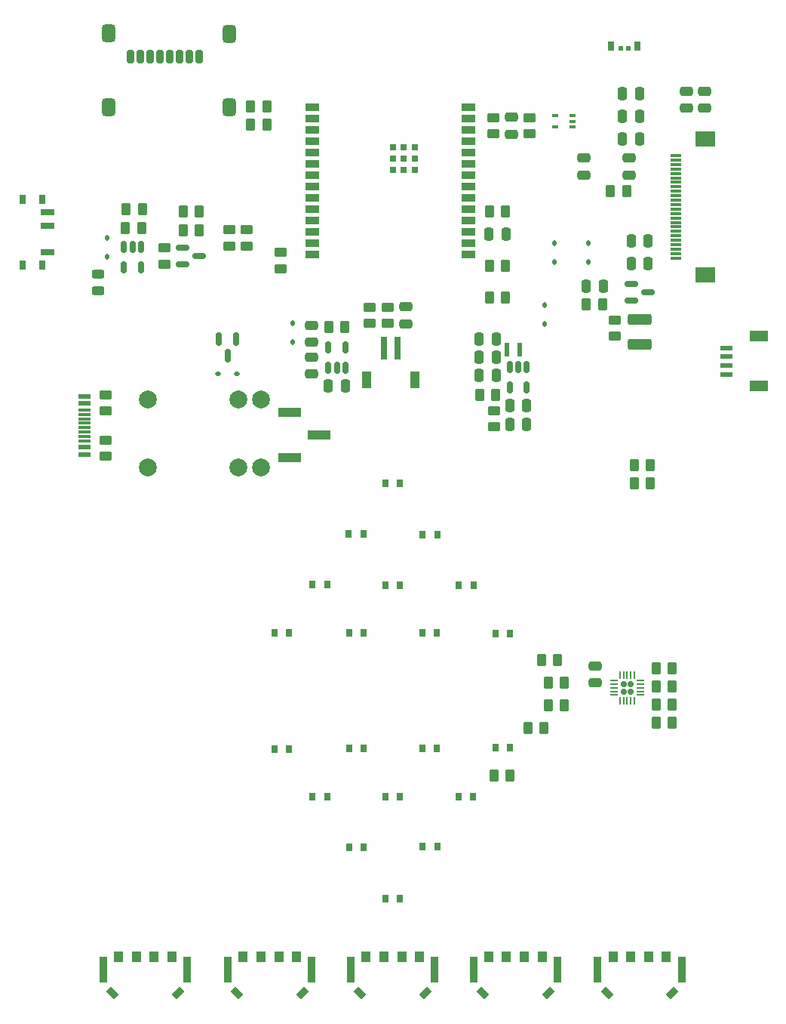
<source format=gbr>
%TF.GenerationSoftware,KiCad,Pcbnew,7.99.0-3954-g9b2cde9571*%
%TF.CreationDate,2023-12-17T19:52:25+01:00*%
%TF.ProjectId,hh2024,68683230-3234-42e6-9b69-6361645f7063,1.4*%
%TF.SameCoordinates,Original*%
%TF.FileFunction,Paste,Bot*%
%TF.FilePolarity,Positive*%
%FSLAX46Y46*%
G04 Gerber Fmt 4.6, Leading zero omitted, Abs format (unit mm)*
G04 Created by KiCad (PCBNEW 7.99.0-3954-g9b2cde9571) date 2023-12-17 19:52:25*
%MOMM*%
%LPD*%
G01*
G04 APERTURE LIST*
G04 Aperture macros list*
%AMRoundRect*
0 Rectangle with rounded corners*
0 $1 Rounding radius*
0 $2 $3 $4 $5 $6 $7 $8 $9 X,Y pos of 4 corners*
0 Add a 4 corners polygon primitive as box body*
4,1,4,$2,$3,$4,$5,$6,$7,$8,$9,$2,$3,0*
0 Add four circle primitives for the rounded corners*
1,1,$1+$1,$2,$3*
1,1,$1+$1,$4,$5*
1,1,$1+$1,$6,$7*
1,1,$1+$1,$8,$9*
0 Add four rect primitives between the rounded corners*
20,1,$1+$1,$2,$3,$4,$5,0*
20,1,$1+$1,$4,$5,$6,$7,0*
20,1,$1+$1,$6,$7,$8,$9,0*
20,1,$1+$1,$8,$9,$2,$3,0*%
%AMRotRect*
0 Rectangle, with rotation*
0 The origin of the aperture is its center*
0 $1 length*
0 $2 width*
0 $3 Rotation angle, in degrees counterclockwise*
0 Add horizontal line*
21,1,$1,$2,0,0,$3*%
G04 Aperture macros list end*
%ADD10R,0.770000X0.950000*%
%ADD11RoundRect,0.250000X0.262500X0.450000X-0.262500X0.450000X-0.262500X-0.450000X0.262500X-0.450000X0*%
%ADD12R,0.900000X3.000000*%
%ADD13RotRect,1.200000X0.800000X315.000000*%
%ADD14RotRect,1.200000X0.800000X45.000000*%
%ADD15R,1.000000X1.300000*%
%ADD16RoundRect,0.112500X0.112500X-0.187500X0.112500X0.187500X-0.112500X0.187500X-0.112500X-0.187500X0*%
%ADD17RoundRect,0.250000X-0.262500X-0.450000X0.262500X-0.450000X0.262500X0.450000X-0.262500X0.450000X0*%
%ADD18RoundRect,0.250000X-0.475000X0.250000X-0.475000X-0.250000X0.475000X-0.250000X0.475000X0.250000X0*%
%ADD19RoundRect,0.250000X-0.250000X-0.475000X0.250000X-0.475000X0.250000X0.475000X-0.250000X0.475000X0*%
%ADD20RoundRect,0.250000X-0.450000X0.262500X-0.450000X-0.262500X0.450000X-0.262500X0.450000X0.262500X0*%
%ADD21R,1.348740X0.599440*%
%ADD22R,1.998980X1.198880*%
%ADD23R,1.500000X0.900000*%
%ADD24R,0.800000X0.800000*%
%ADD25RoundRect,0.150000X-0.587500X-0.150000X0.587500X-0.150000X0.587500X0.150000X-0.587500X0.150000X0*%
%ADD26RoundRect,0.150000X-0.150000X0.587500X-0.150000X-0.587500X0.150000X-0.587500X0.150000X0.587500X0*%
%ADD27R,0.700000X2.500000*%
%ADD28R,1.100000X1.900000*%
%ADD29RoundRect,0.250000X0.450000X-0.262500X0.450000X0.262500X-0.450000X0.262500X-0.450000X-0.262500X0*%
%ADD30RoundRect,0.250000X0.475000X-0.250000X0.475000X0.250000X-0.475000X0.250000X-0.475000X-0.250000X0*%
%ADD31R,0.650000X0.400000*%
%ADD32RoundRect,0.250000X0.250000X0.475000X-0.250000X0.475000X-0.250000X-0.475000X0.250000X-0.475000X0*%
%ADD33RoundRect,0.150000X-0.150000X0.512500X-0.150000X-0.512500X0.150000X-0.512500X0.150000X0.512500X0*%
%ADD34C,2.000000*%
%ADD35R,2.510000X1.000000*%
%ADD36RoundRect,0.112500X-0.112500X0.187500X-0.112500X-0.187500X0.112500X-0.187500X0.112500X0.187500X0*%
%ADD37R,1.450000X0.600000*%
%ADD38R,1.450000X0.300000*%
%ADD39RoundRect,0.137500X-0.137500X-0.662500X0.137500X-0.662500X0.137500X0.662500X-0.137500X0.662500X0*%
%ADD40R,1.300000X0.300000*%
%ADD41R,2.200000X1.800000*%
%ADD42RoundRect,0.150000X0.150000X-0.512500X0.150000X0.512500X-0.150000X0.512500X-0.150000X-0.512500X0*%
%ADD43R,0.700000X1.000000*%
%ADD44R,0.500000X0.500000*%
%ADD45RoundRect,0.250000X1.075000X-0.375000X1.075000X0.375000X-1.075000X0.375000X-1.075000X-0.375000X0*%
%ADD46RoundRect,0.112500X-0.187500X-0.112500X0.187500X-0.112500X0.187500X0.112500X-0.187500X0.112500X0*%
%ADD47R,0.800000X1.000000*%
%ADD48R,1.500000X0.700000*%
%ADD49RoundRect,0.200000X0.200000X0.550000X-0.200000X0.550000X-0.200000X-0.550000X0.200000X-0.550000X0*%
%ADD50RoundRect,0.375000X0.375000X0.625000X-0.375000X0.625000X-0.375000X-0.625000X0.375000X-0.625000X0*%
%ADD51RoundRect,0.243750X-0.456250X0.243750X-0.456250X-0.243750X0.456250X-0.243750X0.456250X0.243750X0*%
%ADD52RoundRect,0.167500X0.167500X0.167500X-0.167500X0.167500X-0.167500X-0.167500X0.167500X-0.167500X0*%
%ADD53RoundRect,0.050000X0.375000X0.050000X-0.375000X0.050000X-0.375000X-0.050000X0.375000X-0.050000X0*%
%ADD54RoundRect,0.050000X0.050000X0.375000X-0.050000X0.375000X-0.050000X-0.375000X0.050000X-0.375000X0*%
G04 APERTURE END LIST*
D10*
%TO.C,D13*%
X105638000Y-110016500D03*
X107268000Y-110016500D03*
%TD*%
D11*
%TO.C,R4*%
X119272500Y-131751500D03*
X117447500Y-131751500D03*
%TD*%
D12*
%TO.C,SW2*%
X83790000Y-158805500D03*
D13*
X84810000Y-161415500D03*
D14*
X92170000Y-161415500D03*
D12*
X93190000Y-158805500D03*
D15*
X85490000Y-157355500D03*
X91490000Y-157355500D03*
X87490000Y-157355500D03*
X89490000Y-157355500D03*
%TD*%
D16*
%TO.C,D25*%
X119315000Y-86446500D03*
X119315000Y-84346500D03*
%TD*%
D17*
%TO.C,R18*%
X113129500Y-73839500D03*
X114954500Y-73839500D03*
%TD*%
D10*
%TO.C,D3*%
X97343000Y-109996500D03*
X98973000Y-109996500D03*
%TD*%
D18*
%TO.C,C6*%
X93133000Y-86553129D03*
X93133000Y-88453129D03*
%TD*%
D19*
%TO.C,C20*%
X128078000Y-65711500D03*
X129978000Y-65711500D03*
%TD*%
%TO.C,C16*%
X128078000Y-63171500D03*
X129978000Y-63171500D03*
%TD*%
D20*
%TO.C,R31*%
X99719750Y-84540629D03*
X99719750Y-86365629D03*
%TD*%
D19*
%TO.C,C21*%
X128078000Y-60631500D03*
X129978000Y-60631500D03*
%TD*%
D10*
%TO.C,D12*%
X90663000Y-134056500D03*
X89033000Y-134056500D03*
%TD*%
D21*
%TO.C,J1*%
X139705715Y-89104900D03*
X139705715Y-90105660D03*
X139705715Y-91101340D03*
X139705715Y-92102100D03*
D22*
X143378555Y-87804420D03*
X143378555Y-93402580D03*
%TD*%
D11*
%TO.C,R8*%
X121558500Y-129211500D03*
X119733500Y-129211500D03*
%TD*%
D17*
%TO.C,R27*%
X72341100Y-73591400D03*
X74166100Y-73591400D03*
%TD*%
%TO.C,R24*%
X112011900Y-94372900D03*
X113836900Y-94372900D03*
%TD*%
D11*
%TO.C,R6*%
X115462500Y-137085500D03*
X113637500Y-137085500D03*
%TD*%
D10*
%TO.C,D2*%
X88988000Y-121086500D03*
X90618000Y-121086500D03*
%TD*%
D11*
%TO.C,R22*%
X88157500Y-62028500D03*
X86332500Y-62028500D03*
%TD*%
D23*
%TO.C,U3*%
X110783000Y-62148500D03*
X110783000Y-63418500D03*
X110783000Y-64688500D03*
X110783000Y-65958500D03*
X110783000Y-67228500D03*
X110783000Y-68498500D03*
X110783000Y-69768500D03*
X110783000Y-71038500D03*
X110783000Y-72308500D03*
X110783000Y-73578500D03*
X110783000Y-74848500D03*
X110783000Y-76118500D03*
X110783000Y-77388500D03*
X110783000Y-78658500D03*
X93283000Y-78658500D03*
X93283000Y-77388500D03*
X93283000Y-76118500D03*
X93283000Y-74848500D03*
X93283000Y-73578500D03*
X93283000Y-72308500D03*
X93283000Y-71038500D03*
X93283000Y-69768500D03*
X93283000Y-68498500D03*
X93283000Y-67228500D03*
X93283000Y-65958500D03*
X93283000Y-64688500D03*
X93283000Y-63418500D03*
X93283000Y-62148500D03*
D24*
X104788000Y-69118500D03*
X104788000Y-67868500D03*
X104788000Y-66618500D03*
X103538000Y-69118500D03*
X103538000Y-67868500D03*
X103538000Y-66618500D03*
X102288000Y-69118500D03*
X102288000Y-67868500D03*
X102288000Y-66618500D03*
%TD*%
D25*
%TO.C,Q2*%
X78719200Y-79773800D03*
X78719200Y-77873800D03*
X80594200Y-78823800D03*
%TD*%
D26*
%TO.C,Q1*%
X82783000Y-88115629D03*
X84683000Y-88115629D03*
X83733000Y-89990629D03*
%TD*%
D27*
%TO.C,J9*%
X102783000Y-89103129D03*
X101283000Y-89103129D03*
D28*
X104733000Y-92703129D03*
X99333000Y-92703129D03*
%TD*%
D29*
%TO.C,R19*%
X89658000Y-80236500D03*
X89658000Y-78411500D03*
%TD*%
D30*
%TO.C,C12*%
X103765000Y-86403129D03*
X103765000Y-84503129D03*
%TD*%
D12*
%TO.C,SW4*%
X111350000Y-158815500D03*
D13*
X112370000Y-161425500D03*
D14*
X119730000Y-161425500D03*
D12*
X120750000Y-158815500D03*
D15*
X113050000Y-157365500D03*
X119050000Y-157365500D03*
X115050000Y-157365500D03*
X117050000Y-157365500D03*
%TD*%
D17*
%TO.C,R33*%
X72290300Y-75648800D03*
X74115300Y-75648800D03*
%TD*%
D11*
%TO.C,R9*%
X88157500Y-64060500D03*
X86332500Y-64060500D03*
%TD*%
D29*
%TO.C,R17*%
X113534000Y-65100000D03*
X113534000Y-63275000D03*
%TD*%
D31*
%TO.C,U1*%
X122453000Y-63066500D03*
X122453000Y-63716500D03*
X122453000Y-64366500D03*
X120553000Y-64366500D03*
X120553000Y-63066500D03*
%TD*%
D32*
%TO.C,C4*%
X117326400Y-95559400D03*
X115426400Y-95559400D03*
%TD*%
D33*
%TO.C,U4*%
X115426400Y-91246900D03*
X116376400Y-91246900D03*
X117326400Y-91246900D03*
X117326400Y-93521900D03*
X115426400Y-93521900D03*
%TD*%
D32*
%TO.C,C9*%
X113874400Y-90181900D03*
X111974400Y-90181900D03*
%TD*%
D17*
%TO.C,R36*%
X126718500Y-71553500D03*
X128543500Y-71553500D03*
%TD*%
D10*
%TO.C,D18*%
X115428000Y-133961500D03*
X113798000Y-133961500D03*
%TD*%
D34*
%TO.C,K1*%
X74828000Y-94881500D03*
X84988000Y-94881500D03*
X87528000Y-94881500D03*
X87528000Y-102501500D03*
X84988000Y-102501500D03*
X74828000Y-102501500D03*
%TD*%
D20*
%TO.C,R28*%
X76657200Y-77911300D03*
X76657200Y-79736300D03*
%TD*%
%TO.C,R32*%
X101733000Y-84540629D03*
X101733000Y-86365629D03*
%TD*%
D16*
%TO.C,D26*%
X120458000Y-79461500D03*
X120458000Y-77361500D03*
%TD*%
D35*
%TO.C,J2*%
X90700000Y-101380000D03*
X94010000Y-98840000D03*
X90700000Y-96300000D03*
%TD*%
D11*
%TO.C,R1*%
X133668500Y-125029500D03*
X131843500Y-125029500D03*
%TD*%
D10*
%TO.C,D17*%
X103093000Y-150896500D03*
X101463000Y-150896500D03*
%TD*%
D11*
%TO.C,R2*%
X133668500Y-127061500D03*
X131843500Y-127061500D03*
%TD*%
D12*
%TO.C,SW1*%
X69810000Y-158805500D03*
D13*
X70830000Y-161415500D03*
D14*
X78190000Y-161415500D03*
D12*
X79210000Y-158805500D03*
D15*
X71510000Y-157355500D03*
X77510000Y-157355500D03*
X73510000Y-157355500D03*
X75510000Y-157355500D03*
%TD*%
D10*
%TO.C,D19*%
X107253000Y-134046500D03*
X105623000Y-134046500D03*
%TD*%
D11*
%TO.C,R3*%
X133668500Y-129093500D03*
X131843500Y-129093500D03*
%TD*%
%TO.C,R5*%
X120796500Y-124131500D03*
X118971500Y-124131500D03*
%TD*%
D10*
%TO.C,D1*%
X97363000Y-121086500D03*
X98993000Y-121086500D03*
%TD*%
D19*
%TO.C,C18*%
X129033000Y-77141500D03*
X130933000Y-77141500D03*
%TD*%
D25*
%TO.C,Q3*%
X129045500Y-83806500D03*
X129045500Y-81906500D03*
X130920500Y-82856500D03*
%TD*%
D12*
%TO.C,SW3*%
X97600000Y-158795500D03*
D13*
X98620000Y-161405500D03*
D14*
X105980000Y-161405500D03*
D12*
X107000000Y-158795500D03*
D15*
X99300000Y-157345500D03*
X105300000Y-157345500D03*
X101300000Y-157345500D03*
X103300000Y-157345500D03*
%TD*%
D16*
%TO.C,D24*%
X70252400Y-78851900D03*
X70252400Y-76751900D03*
%TD*%
D29*
%TO.C,R35*%
X127178000Y-87804000D03*
X127178000Y-85979000D03*
%TD*%
D36*
%TO.C,D27*%
X124268000Y-77361500D03*
X124268000Y-79461500D03*
%TD*%
D11*
%TO.C,R21*%
X114954500Y-79935500D03*
X113129500Y-79935500D03*
%TD*%
%TO.C,R7*%
X121558500Y-126671500D03*
X119733500Y-126671500D03*
%TD*%
D10*
%TO.C,D4*%
X101438000Y-115706500D03*
X103068000Y-115706500D03*
%TD*%
%TO.C,D7*%
X109713000Y-115741500D03*
X111343000Y-115741500D03*
%TD*%
D37*
%TO.C,J6*%
X67682700Y-101051000D03*
X67682700Y-100251000D03*
D38*
X67682700Y-99051000D03*
X67682700Y-98051000D03*
X67682700Y-97551000D03*
X67682700Y-96551000D03*
D37*
X67682700Y-95351000D03*
X67682700Y-94551000D03*
X67682700Y-94551000D03*
X67682700Y-95351000D03*
D38*
X67682700Y-96051000D03*
X67682700Y-97051000D03*
X67682700Y-98551000D03*
X67682700Y-99551000D03*
D37*
X67682700Y-100251000D03*
X67682700Y-101051000D03*
%TD*%
D29*
%TO.C,R15*%
X70047700Y-101253500D03*
X70047700Y-99428500D03*
%TD*%
D39*
%TO.C,L1*%
X115120400Y-89292900D03*
X116570400Y-89292900D03*
%TD*%
D40*
%TO.C,J10*%
X134078000Y-67541500D03*
X134078000Y-68041500D03*
X134078000Y-68541500D03*
X134078000Y-69041500D03*
X134078000Y-69541500D03*
X134078000Y-70041500D03*
X134078000Y-70541500D03*
X134078000Y-71041500D03*
X134078000Y-71541500D03*
X134078000Y-72041500D03*
X134078000Y-72541500D03*
X134078000Y-73041500D03*
X134078000Y-73541500D03*
X134078000Y-74041500D03*
X134078000Y-74541500D03*
X134078000Y-75041500D03*
X134078000Y-75541500D03*
X134078000Y-76041500D03*
X134078000Y-76541500D03*
X134078000Y-77041500D03*
X134078000Y-77541500D03*
X134078000Y-78041500D03*
X134078000Y-78541500D03*
X134078000Y-79041500D03*
D41*
X137328000Y-65641500D03*
X137328000Y-80941500D03*
%TD*%
D30*
%TO.C,C1*%
X125040000Y-126640000D03*
X125040000Y-124740000D03*
%TD*%
D17*
%TO.C,R25*%
X95108000Y-86803129D03*
X96933000Y-86803129D03*
%TD*%
D10*
%TO.C,D14*%
X111283000Y-139386500D03*
X109653000Y-139386500D03*
%TD*%
D42*
%TO.C,U5*%
X96970500Y-91364129D03*
X96020500Y-91364129D03*
X95070500Y-91364129D03*
X95070500Y-89089129D03*
X96970500Y-89089129D03*
%TD*%
D11*
%TO.C,R14*%
X133668500Y-131125500D03*
X131843500Y-131125500D03*
%TD*%
D43*
%TO.C,D22*%
X126778000Y-55291500D03*
D44*
X127858000Y-55541500D03*
D43*
X129788000Y-55291500D03*
D44*
X128708000Y-55541500D03*
%TD*%
D19*
%TO.C,C17*%
X129033000Y-79681500D03*
X130933000Y-79681500D03*
%TD*%
D10*
%TO.C,D6*%
X105613000Y-121086500D03*
X107243000Y-121086500D03*
%TD*%
D32*
%TO.C,C10*%
X113874400Y-88149900D03*
X111974400Y-88149900D03*
%TD*%
D30*
%TO.C,C3*%
X115616800Y-65137500D03*
X115616800Y-63237500D03*
%TD*%
D20*
%TO.C,R26*%
X85920500Y-75840629D03*
X85920500Y-77665629D03*
%TD*%
D10*
%TO.C,D20*%
X94923000Y-139426500D03*
X93293000Y-139426500D03*
%TD*%
D20*
%TO.C,R13*%
X117648800Y-63275000D03*
X117648800Y-65100000D03*
%TD*%
D10*
%TO.C,D16*%
X98993000Y-145056500D03*
X97363000Y-145056500D03*
%TD*%
D19*
%TO.C,C7*%
X111974400Y-92213900D03*
X113874400Y-92213900D03*
%TD*%
D45*
%TO.C,L2*%
X129983000Y-88701500D03*
X129983000Y-85901500D03*
%TD*%
D17*
%TO.C,R12*%
X129365500Y-102291500D03*
X131190500Y-102291500D03*
%TD*%
%TO.C,R34*%
X123985500Y-84253500D03*
X125810500Y-84253500D03*
%TD*%
D30*
%TO.C,C19*%
X128774000Y-69709500D03*
X128774000Y-67809500D03*
%TD*%
D10*
%TO.C,D8*%
X98993000Y-134026500D03*
X97363000Y-134026500D03*
%TD*%
D46*
%TO.C,D21*%
X82705500Y-91975629D03*
X84805500Y-91975629D03*
%TD*%
D11*
%TO.C,R20*%
X114954500Y-83491500D03*
X113129500Y-83491500D03*
%TD*%
D18*
%TO.C,C22*%
X137278000Y-60341500D03*
X137278000Y-62241500D03*
%TD*%
D32*
%TO.C,C2*%
X114992000Y-76379500D03*
X113092000Y-76379500D03*
%TD*%
D30*
%TO.C,C8*%
X93133000Y-92053129D03*
X93133000Y-90153129D03*
%TD*%
D10*
%TO.C,D11*%
X103093000Y-139426500D03*
X101463000Y-139426500D03*
%TD*%
D36*
%TO.C,D23*%
X91055500Y-88480629D03*
X91055500Y-86380629D03*
%TD*%
D12*
%TO.C,SW5*%
X125300000Y-158845500D03*
D13*
X126320000Y-161455500D03*
D14*
X133680000Y-161455500D03*
D12*
X134700000Y-158845500D03*
D15*
X127000000Y-157395500D03*
X133000000Y-157395500D03*
X129000000Y-157395500D03*
X131000000Y-157395500D03*
%TD*%
D10*
%TO.C,D5*%
X113813000Y-121111500D03*
X115443000Y-121111500D03*
%TD*%
D30*
%TO.C,C14*%
X135278000Y-62241500D03*
X135278000Y-60341500D03*
%TD*%
D17*
%TO.C,R30*%
X78753000Y-75956765D03*
X80578000Y-75956765D03*
%TD*%
D32*
%TO.C,C5*%
X117326400Y-97718400D03*
X115426400Y-97718400D03*
%TD*%
D17*
%TO.C,R11*%
X129365500Y-104323500D03*
X131190500Y-104323500D03*
%TD*%
D18*
%TO.C,C15*%
X123694000Y-67809500D03*
X123694000Y-69709500D03*
%TD*%
D19*
%TO.C,C11*%
X95070500Y-93407129D03*
X96970500Y-93407129D03*
%TD*%
D47*
%TO.C,SW6*%
X60705000Y-79780000D03*
X62915000Y-79780000D03*
X60705000Y-72480000D03*
X62915000Y-72480000D03*
D48*
X63565000Y-78380000D03*
X63565000Y-75380000D03*
X63565000Y-73880000D03*
%TD*%
D20*
%TO.C,R23*%
X113686400Y-96127400D03*
X113686400Y-97952400D03*
%TD*%
D29*
%TO.C,R10*%
X83933000Y-77665629D03*
X83933000Y-75840629D03*
%TD*%
D49*
%TO.C,J4*%
X80533000Y-56453129D03*
X79433000Y-56453129D03*
X78333000Y-56453129D03*
X77233000Y-56453129D03*
X76133000Y-56453129D03*
X75033000Y-56453129D03*
X73933000Y-56453129D03*
X72833000Y-56453129D03*
D50*
X70383000Y-53853129D03*
X70383000Y-62153129D03*
X83983000Y-53903129D03*
X83983000Y-62153129D03*
%TD*%
D11*
%TO.C,R29*%
X80580200Y-73824035D03*
X78755200Y-73824035D03*
%TD*%
D51*
%TO.C,F1*%
X69233000Y-80815629D03*
X69233000Y-82690629D03*
%TD*%
D10*
%TO.C,D9*%
X101473000Y-104276500D03*
X103103000Y-104276500D03*
%TD*%
D19*
%TO.C,C13*%
X124014000Y-82221500D03*
X125914000Y-82221500D03*
%TD*%
D10*
%TO.C,D10*%
X93283000Y-115676500D03*
X94913000Y-115676500D03*
%TD*%
D20*
%TO.C,R16*%
X70047700Y-94348500D03*
X70047700Y-96173500D03*
%TD*%
D52*
%TO.C,U2*%
X128184000Y-126807500D03*
X128184000Y-127627500D03*
X129004000Y-126807500D03*
X129004000Y-127627500D03*
D53*
X127144000Y-128017500D03*
X127144000Y-127617500D03*
X127144000Y-127217500D03*
X127144000Y-126817500D03*
X127144000Y-126417500D03*
D54*
X127794000Y-125767500D03*
X128194000Y-125767500D03*
X128594000Y-125767500D03*
X128994000Y-125767500D03*
X129394000Y-125767500D03*
D53*
X130044000Y-126417500D03*
X130044000Y-126817500D03*
X130044000Y-127217500D03*
X130044000Y-127617500D03*
X130044000Y-128017500D03*
D54*
X129394000Y-128667500D03*
X128994000Y-128667500D03*
X128594000Y-128667500D03*
X128194000Y-128667500D03*
X127794000Y-128667500D03*
%TD*%
D10*
%TO.C,D15*%
X107273000Y-145036500D03*
X105643000Y-145036500D03*
%TD*%
D33*
%TO.C,U6*%
X72125800Y-77813300D03*
X73075800Y-77813300D03*
X74025800Y-77813300D03*
X74025800Y-80088300D03*
X72125800Y-80088300D03*
%TD*%
M02*

</source>
